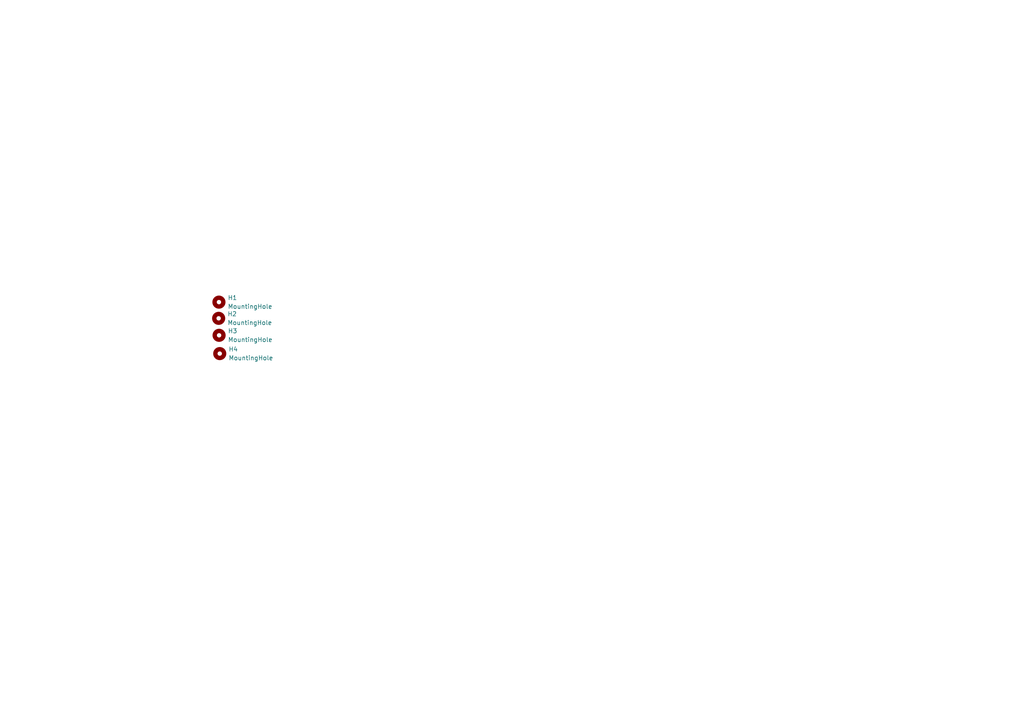
<source format=kicad_sch>
(kicad_sch (version 20230121) (generator eeschema)
  (paper "A4")
  (lib_symbols
    (symbol "Mechanical:MountingHole" (pin_names (offset 1.016))
      (property "Reference" "H" (at 0 5.08 0))
      (property "Value" "MountingHole" (at 0 3.175 0))
      (symbol "MountingHole_0_1"
        (circle (center 0 0) (radius 1.27) (stroke (width 1.27)))
      )
    )
  )
  (symbol (lib_id "Mechanical:MountingHole") (at 63.5 87.63 0) (unit 1)
    (property "Reference" "H1" (at 66.04 86.36 0) (effects (justify left)))
    (property "Value" "MountingHole" (at 66.04 88.9 0) (effects (justify left)))
    (property "Footprint" "0_Library:MountingHole_7.14mm" (effects hide))
  )
  (symbol (lib_id "Mechanical:MountingHole") (at 63.4188 92.3292 0) (unit 1)
    (property "Reference" "H2" (at 65.9588 91.0592 0) (effects (justify left)))
    (property "Value" "MountingHole" (at 65.9588 93.5992 0) (effects (justify left)))
    (property "Footprint" "0_Library:MountingHole_7.14mm" (effects hide))
  )
  (symbol (lib_id "Mechanical:MountingHole") (at 63.5451 97.2537 0) (unit 1)
    (property "Reference" "H3" (at 66.0851 95.9837 0) (effects (justify left)))
    (property "Value" "MountingHole" (at 66.0851 98.5237 0) (effects (justify left)))
    (property "Footprint" "0_Library:MountingHole_7.14mm" (effects hide))
  )
  (symbol (lib_id "Mechanical:MountingHole") (at 63.7345 102.5571 0) (unit 1)
    (property "Reference" "H4" (at 66.2745 101.2871 0) (effects (justify left)))
    (property "Value" "MountingHole" (at 66.2745 103.8271 0) (effects (justify left)))
    (property "Footprint" "0_Library:MountingHole_7.14mm" (effects hide))
  )
)
</source>
